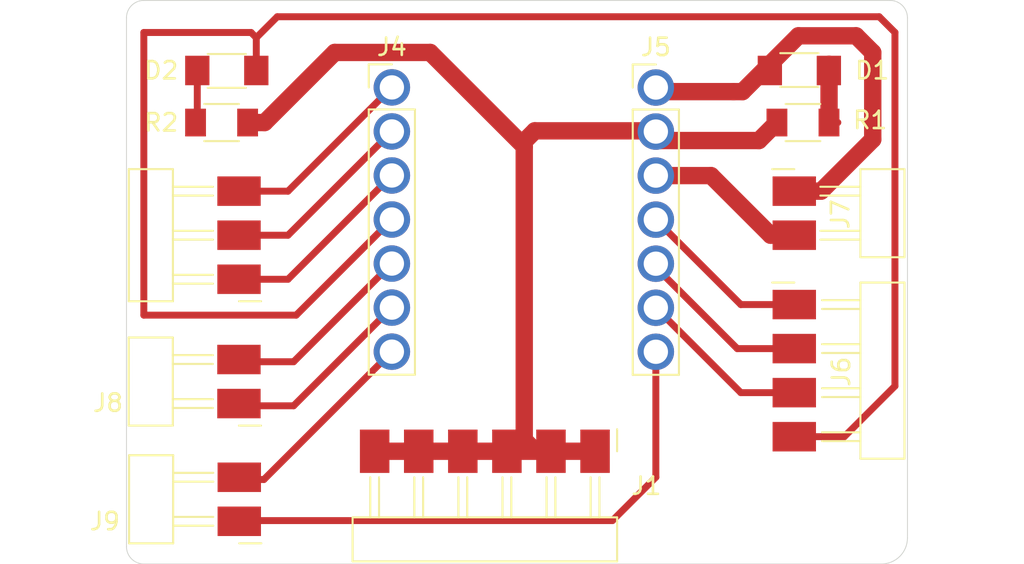
<source format=kicad_pcb>
(kicad_pcb (version 20240108) (generator "pcbnew") (generator_version "8.0")
  (layers (0 "F.Cu" signal) (31 "B.Cu" signal) (34 "B.Paste" user) (35 "F.Paste" user) (36 "B.SilkS" user "B.Silkscreen") (37 "F.SilkS" user "F.Silkscreen") (38 "B.Mask" user) (39 "F.Mask" user) (44 "Edge.Cuts" user))
  (net 0 "")
  (net 1 "PWR_5V")
  (net 2 "Net-(D1-K)")
  (net 3 "Net-(D2-K)")
  (net 4 "D3")
  (net 5 "PWR_GND")
  (net 6 "D9")
  (net 7 "D8")
  (net 8 "D10")
  (net 9 "D2")
  (net 10 "D1")
  (net 11 "D0")
  (net 12 "D4")
  (net 13 "D5")
  (net 14 "D6")
  (net 15 "D7")
  (net 16 "PWR_3V3")
  (footprint "fab:LED_1206" (layer "F.Cu") (at 116.28 68.04)
    (property "Reference" "D2" (at -3.78 0 0) (layer "F.SilkS"))
    (property "Value" "LED_1206")
    (fp_line (start -1.1 -0.95) (end 1.1 -0.95) (stroke (width 0.12)) (layer "F.SilkS"))
    (fp_line (start -1.1 1) (end 1.1 1) (stroke (width 0.12)) (layer "F.SilkS"))
    (pad "1" smd rect (at -1.7 0) (size 1.4 1.7) (layers "F.Cu" "F.Paste" "F.Mask") (net 3 "Net-(D2-K)"))
    (pad "2" smd rect (at 1.7 0) (size 1.4 1.7) (layers "F.Cu" "F.Paste" "F.Mask") (net 4 "D3"))
  )
  (footprint "fab:PinHeader_01x02_P2.54mm_Horizontal_SMD" (layer "F.Cu") (at 117 94.04 180)
    (property "Reference" "J9" (at 8.7 0 0) (layer "F.SilkS") (effects (justify left)))
    (property "Value" "TXRX")
    (fp_line (start 6.35 3.81) (end 3.81 3.81) (stroke (width 0.12)) (layer "F.SilkS"))
    (fp_line (start 6.35 -1.27) (end 6.35 3.81) (stroke (width 0.12)) (layer "F.SilkS"))
    (fp_line (start 3.81 3.81) (end 3.81 -1.27) (stroke (width 0.12)) (layer "F.SilkS"))
    (fp_line (start 3.81 2.794) (end 1.5 2.794) (stroke (width 0.12)) (layer "F.SilkS"))
    (fp_line (start 3.81 2.286) (end 1.5 2.286) (stroke (width 0.12)) (layer "F.SilkS"))
    (fp_line (start 3.81 0.254) (end 1.5 0.254) (stroke (width 0.12)) (layer "F.SilkS"))
    (fp_line (start 3.81 -0.254) (end 1.5 -0.254) (stroke (width 0.12)) (layer "F.SilkS"))
    (fp_line (start 3.81 -1.27) (end 6.35 -1.27) (stroke (width 0.12)) (layer "F.SilkS"))
    (fp_line (start -1.27 -1.27) (end 0 -1.27) (stroke (width 0.12)) (layer "F.SilkS"))
    (pad "1" smd rect (at 0 0 180) (size 2.5 1.7) (layers "F.Cu" "F.Paste" "F.Mask") (net 15 "D7"))
    (pad "2" smd rect (at 0 2.54 180) (size 2.5 1.7) (layers "F.Cu" "F.Paste" "F.Mask") (net 14 "D6"))
  )
  (footprint "fab:PinHeader_01x07_P2.54mm_Vertical_THT_D1.4mm" (layer "F.Cu") (at 125.792284 69.015609)
    (property "Reference" "J4" (at 0 -2.33 0) (layer "F.SilkS"))
    (property "Value" "PinHeader_left")
    (fp_line (start -1.33 -1.33) (end 0 -1.33) (stroke (width 0.12)) (layer "F.SilkS"))
    (fp_line (start -1.33 0) (end -1.33 -1.33) (stroke (width 0.12)) (layer "F.SilkS"))
    (fp_line (start -1.33 1.27) (end -1.33 16.57) (stroke (width 0.12)) (layer "F.SilkS"))
    (fp_line (start -1.33 1.27) (end 1.33 1.27) (stroke (width 0.12)) (layer "F.SilkS"))
    (fp_line (start -1.33 16.57) (end 1.33 16.57) (stroke (width 0.12)) (layer "F.SilkS"))
    (fp_line (start 1.33 1.27) (end 1.33 16.57) (stroke (width 0.12)) (layer "F.SilkS"))
    (pad "1" thru_hole circle (at 0 0) (size 2.1 2.1) (drill 1.4) (layers "*.Cu" "*.Mask" "In1.Cu" "In2.Cu" "In3.Cu" "In4.Cu" "In5.Cu" "In6.Cu" "In7.Cu" "In8.Cu" "In9.Cu" "In10.Cu" "In11.Cu" "In12.Cu" "In13.Cu" "In14.Cu" "In15.Cu" "In16.Cu" "In17.Cu" "In18.Cu" "In19.Cu" "In20.Cu" "In21.Cu" "In22.Cu" "In23.Cu" "In24.Cu" "In25.Cu" "In26.Cu" "In27.Cu" "In28.Cu" "In29.Cu" "In30.Cu") (net 11 "D0"))
    (pad "2" thru_hole circle (at 0 2.54) (size 2.1 2.1) (drill 1.4) (layers "*.Cu" "*.Mask" "In1.Cu" "In2.Cu" "In3.Cu" "In4.Cu" "In5.Cu" "In6.Cu" "In7.Cu" "In8.Cu" "In9.Cu" "In10.Cu" "In11.Cu" "In12.Cu" "In13.Cu" "In14.Cu" "In15.Cu" "In16.Cu" "In17.Cu" "In18.Cu" "In19.Cu" "In20.Cu" "In21.Cu" "In22.Cu" "In23.Cu" "In24.Cu" "In25.Cu" "In26.Cu" "In27.Cu" "In28.Cu" "In29.Cu" "In30.Cu") (net 10 "D1"))
    (pad "3" thru_hole circle (at 0 5.08) (size 2.1 2.1) (drill 1.4) (layers "*.Cu" "*.Mask" "In1.Cu" "In2.Cu" "In3.Cu" "In4.Cu" "In5.Cu" "In6.Cu" "In7.Cu" "In8.Cu" "In9.Cu" "In10.Cu" "In11.Cu" "In12.Cu" "In13.Cu" "In14.Cu" "In15.Cu" "In16.Cu" "In17.Cu" "In18.Cu" "In19.Cu" "In20.Cu" "In21.Cu" "In22.Cu" "In23.Cu" "In24.Cu" "In25.Cu" "In26.Cu" "In27.Cu" "In28.Cu" "In29.Cu" "In30.Cu") (net 9 "D2"))
    (pad "4" thru_hole circle (at 0 7.62) (size 2.1 2.1) (drill 1.4) (layers "*.Cu" "*.Mask" "In1.Cu" "In2.Cu" "In3.Cu" "In4.Cu" "In5.Cu" "In6.Cu" "In7.Cu" "In8.Cu" "In9.Cu" "In10.Cu" "In11.Cu" "In12.Cu" "In13.Cu" "In14.Cu" "In15.Cu" "In16.Cu" "In17.Cu" "In18.Cu" "In19.Cu" "In20.Cu" "In21.Cu" "In22.Cu" "In23.Cu" "In24.Cu" "In25.Cu" "In26.Cu" "In27.Cu" "In28.Cu" "In29.Cu" "In30.Cu") (net 4 "D3"))
    (pad "5" thru_hole circle (at 0 10.16) (size 2.1 2.1) (drill 1.4) (layers "*.Cu" "*.Mask" "In1.Cu" "In2.Cu" "In3.Cu" "In4.Cu" "In5.Cu" "In6.Cu" "In7.Cu" "In8.Cu" "In9.Cu" "In10.Cu" "In11.Cu" "In12.Cu" "In13.Cu" "In14.Cu" "In15.Cu" "In16.Cu" "In17.Cu" "In18.Cu" "In19.Cu" "In20.Cu" "In21.Cu" "In22.Cu" "In23.Cu" "In24.Cu" "In25.Cu" "In26.Cu" "In27.Cu" "In28.Cu" "In29.Cu" "In30.Cu") (net 12 "D4"))
    (pad "6" thru_hole circle (at 0 12.7) (size 2.1 2.1) (drill 1.4) (layers "*.Cu" "*.Mask" "In1.Cu" "In2.Cu" "In3.Cu" "In4.Cu" "In5.Cu" "In6.Cu" "In7.Cu" "In8.Cu" "In9.Cu" "In10.Cu" "In11.Cu" "In12.Cu" "In13.Cu" "In14.Cu" "In15.Cu" "In16.Cu" "In17.Cu" "In18.Cu" "In19.Cu" "In20.Cu" "In21.Cu" "In22.Cu" "In23.Cu" "In24.Cu" "In25.Cu" "In26.Cu" "In27.Cu" "In28.Cu" "In29.Cu" "In30.Cu") (net 13 "D5"))
    (pad "7" thru_hole circle (at 0 15.24) (size 2.1 2.1) (drill 1.4) (layers "*.Cu" "*.Mask" "In1.Cu" "In2.Cu" "In3.Cu" "In4.Cu" "In5.Cu" "In6.Cu" "In7.Cu" "In8.Cu" "In9.Cu" "In10.Cu" "In11.Cu" "In12.Cu" "In13.Cu" "In14.Cu" "In15.Cu" "In16.Cu" "In17.Cu" "In18.Cu" "In19.Cu" "In20.Cu" "In21.Cu" "In22.Cu" "In23.Cu" "In24.Cu" "In25.Cu" "In26.Cu" "In27.Cu" "In28.Cu" "In29.Cu" "In30.Cu") (net 14 "D6"))
  )
  (footprint "fab:PinHeader_01x03_P2.54mm_Horizontal_SMD" (layer "F.Cu") (at 116.985071 80.08 180)
    (property "Reference" "J3" (hide yes))
    (property "Value" "Analog_PinHeader" (hide yes))
    (fp_line (start 6.35 6.35) (end 3.81 6.35) (stroke (width 0.12)) (layer "F.SilkS"))
    (fp_line (start 6.35 -1.27) (end 6.35 6.35) (stroke (width 0.12)) (layer "F.SilkS"))
    (fp_line (start 3.81 6.35) (end 3.81 -1.27) (stroke (width 0.12)) (layer "F.SilkS"))
    (fp_line (start 3.81 5.334) (end 1.5 5.334) (stroke (width 0.12)) (layer "F.SilkS"))
    (fp_line (start 3.81 4.826) (end 1.5 4.826) (stroke (width 0.12)) (layer "F.SilkS"))
    (fp_line (start 3.81 2.794) (end 1.5 2.794) (stroke (width 0.12)) (layer "F.SilkS"))
    (fp_line (start 3.81 2.286) (end 1.5 2.286) (stroke (width 0.12)) (layer "F.SilkS"))
    (fp_line (start 3.81 0.254) (end 1.5 0.254) (stroke (width 0.12)) (layer "F.SilkS"))
    (fp_line (start 3.81 -0.254) (end 1.5 -0.254) (stroke (width 0.12)) (layer "F.SilkS"))
    (fp_line (start 3.81 -1.27) (end 6.35 -1.27) (stroke (width 0.12)) (layer "F.SilkS"))
    (fp_line (start -1.27 -1.27) (end 0 -1.27) (stroke (width 0.12)) (layer "F.SilkS"))
    (pad "1" smd rect (at 0 0 180) (size 2.5 1.7) (layers "F.Cu" "F.Paste" "F.Mask") (net 9 "D2"))
    (pad "2" smd rect (at 0 2.54 180) (size 2.5 1.7) (layers "F.Cu" "F.Paste" "F.Mask") (net 10 "D1"))
    (pad "3" smd rect (at 0 5.08 180) (size 2.5 1.7) (layers "F.Cu" "F.Paste" "F.Mask") (net 11 "D0"))
  )
  (footprint "fab:PinHeader_01x06_P2.54mm_Horizontal_SMD" (layer "F.Cu") (at 137.5 90 -90)
    (property "Reference" "J1" (at 2 -2 180) (layer "F.SilkS") (effects (justify left)))
    (property "Value" "GND_PinHeader")
    (fp_line (start 3.81 13.97) (end 3.81 -1.27) (stroke (width 0.12)) (layer "F.SilkS"))
    (fp_line (start 6.35 13.97) (end 3.81 13.97) (stroke (width 0.12)) (layer "F.SilkS"))
    (fp_line (start 3.81 12.954) (end 1.5 12.954) (stroke (width 0.12)) (layer "F.SilkS"))
    (fp_line (start 3.81 12.446) (end 1.5 12.446) (stroke (width 0.12)) (layer "F.SilkS"))
    (fp_line (start 3.81 10.414) (end 1.5 10.414) (stroke (width 0.12)) (layer "F.SilkS"))
    (fp_line (start 3.81 9.906) (end 1.5 9.906) (stroke (width 0.12)) (layer "F.SilkS"))
    (fp_line (start 3.81 7.874) (end 1.5 7.874) (stroke (width 0.12)) (layer "F.SilkS"))
    (fp_line (start 3.81 7.366) (end 1.5 7.366) (stroke (width 0.12)) (layer "F.SilkS"))
    (fp_line (start 3.81 5.334) (end 1.5 5.334) (stroke (width 0.12)) (layer "F.SilkS"))
    (fp_line (start 3.81 4.826) (end 1.5 4.826) (stroke (width 0.12)) (layer "F.SilkS"))
    (fp_line (start 3.81 2.794) (end 1.5 2.794) (stroke (width 0.12)) (layer "F.SilkS"))
    (fp_line (start 3.81 2.286) (end 1.5 2.286) (stroke (width 0.12)) (layer "F.SilkS"))
    (fp_line (start 3.81 0.254) (end 1.5 0.254) (stroke (width 0.12)) (layer "F.SilkS"))
    (fp_line (start 3.81 -0.254) (end 1.5 -0.254) (stroke (width 0.12)) (layer "F.SilkS"))
    (fp_line (start -1.27 -1.27) (end 0 -1.27) (stroke (width 0.12)) (layer "F.SilkS"))
    (fp_line (start 3.81 -1.27) (end 6.35 -1.27) (stroke (width 0.12)) (layer "F.SilkS"))
    (fp_line (start 6.35 -1.27) (end 6.35 13.97) (stroke (width 0.12)) (layer "F.SilkS"))
    (pad "1" smd rect (at 0 0 270) (size 2.5 1.7) (layers "F.Cu" "F.Paste" "F.Mask") (net 5 "PWR_GND"))
    (pad "2" smd rect (at 0 2.54 270) (size 2.5 1.7) (layers "F.Cu" "F.Paste" "F.Mask") (net 5 "PWR_GND"))
    (pad "3" smd rect (at 0 5.08 270) (size 2.5 1.7) (layers "F.Cu" "F.Paste" "F.Mask") (net 5 "PWR_GND"))
    (pad "4" smd rect (at 0 7.62 270) (size 2.5 1.7) (layers "F.Cu" "F.Paste" "F.Mask") (net 5 "PWR_GND"))
    (pad "5" smd rect (at 0 10.16 270) (size 2.5 1.7) (layers "F.Cu" "F.Paste" "F.Mask") (net 5 "PWR_GND"))
    (pad "6" smd rect (at 0 12.7 270) (size 2.5 1.7) (layers "F.Cu" "F.Paste" "F.Mask") (net 5 "PWR_GND"))
  )
  (footprint "fab:LED_1206" (layer "F.Cu") (at 149.272614 68.04 180)
    (property "Reference" "D1" (at -4.197318 0 0) (layer "F.SilkS"))
    (property "Value" "LED_1206")
    (fp_line (start -1.1 1) (end 1.1 1) (stroke (width 0.12)) (layer "F.SilkS"))
    (fp_line (start -1.1 -0.95) (end 1.1 -0.95) (stroke (width 0.12)) (layer "F.SilkS"))
    (pad "1" smd rect (at -1.7 0 180) (size 1.4 1.7) (layers "F.Cu" "F.Paste" "F.Mask") (net 2 "Net-(D1-K)"))
    (pad "2" smd rect (at 1.7 0 180) (size 1.4 1.7) (layers "F.Cu" "F.Paste" "F.Mask") (net 1 "PWR_5V"))
  )
  (footprint "fab:PinHeader_01x02_P2.54mm_Horizontal_SMD" (layer "F.Cu") (at 116.98 87.25 180)
    (property "Reference" "J8" (at 8.5 0.04 0) (layer "F.SilkS") (effects (justify left)))
    (property "Value" "SDA_SCL_Pin" (hide yes))
    (fp_line (start 6.35 3.81) (end 3.81 3.81) (stroke (width 0.12)) (layer "F.SilkS"))
    (fp_line (start 6.35 -1.27) (end 6.35 3.81) (stroke (width 0.12)) (layer "F.SilkS"))
    (fp_line (start 3.81 3.81) (end 3.81 -1.27) (stroke (width 0.12)) (layer "F.SilkS"))
    (fp_line (start 3.81 2.794) (end 1.5 2.794) (stroke (width 0.12)) (layer "F.SilkS"))
    (fp_line (start 3.81 2.286) (end 1.5 2.286) (stroke (width 0.12)) (layer "F.SilkS"))
    (fp_line (start 3.81 0.254) (end 1.5 0.254) (stroke (width 0.12)) (layer "F.SilkS"))
    (fp_line (start 3.81 -0.254) (end 1.5 -0.254) (stroke (width 0.12)) (layer "F.SilkS"))
    (fp_line (start 3.81 -1.27) (end 6.35 -1.27) (stroke (width 0.12)) (layer "F.SilkS"))
    (fp_line (start -1.27 -1.27) (end 0 -1.27) (stroke (width 0.12)) (layer "F.SilkS"))
    (pad "1" smd rect (at 0 0 180) (size 2.5 1.7) (layers "F.Cu" "F.Paste" "F.Mask") (net 13 "D5"))
    (pad "2" smd rect (at 0 2.54 180) (size 2.5 1.7) (layers "F.Cu" "F.Paste" "F.Mask") (net 12 "D4"))
  )
  (footprint "fab:PinHeader_01x02_P2.54mm_Horizontal_SMD" (layer "F.Cu") (at 148.98 75)
    (property "Reference" "J7" (at 2.655 2.286 -90) (layer "F.SilkS") (effects (justify left)))
    (property "Value" "PWR")
    (fp_line (start -1.27 -1.27) (end 0 -1.27) (stroke (width 0.12)) (layer "F.SilkS"))
    (fp_line (start 3.81 -1.27) (end 6.35 -1.27) (stroke (width 0.12)) (layer "F.SilkS"))
    (fp_line (start 3.81 -0.254) (end 1.5 -0.254) (stroke (width 0.12)) (layer "F.SilkS"))
    (fp_line (start 3.81 0.254) (end 1.5 0.254) (stroke (width 0.12)) (layer "F.SilkS"))
    (fp_line (start 3.81 2.286) (end 1.5 2.286) (stroke (width 0.12)) (layer "F.SilkS"))
    (fp_line (start 3.81 2.794) (end 1.5 2.794) (stroke (width 0.12)) (layer "F.SilkS"))
    (fp_line (start 3.81 3.81) (end 3.81 -1.27) (stroke (width 0.12)) (layer "F.SilkS"))
    (fp_line (start 6.35 -1.27) (end 6.35 3.81) (stroke (width 0.12)) (layer "F.SilkS"))
    (fp_line (start 6.35 3.81) (end 3.81 3.81) (stroke (width 0.12)) (layer "F.SilkS"))
    (pad "1" smd rect (at 0 0) (size 2.5 1.7) (layers "F.Cu" "F.Paste" "F.Mask") (net 1 "PWR_5V"))
    (pad "2" smd rect (at 0 2.54) (size 2.5 1.7) (layers "F.Cu" "F.Paste" "F.Mask") (net 16 "PWR_3V3"))
  )
  (footprint "fab:PinHeader_01x04_P2.54mm_Horizontal_SMD" (layer "F.Cu") (at 148.98 81.54)
    (property "Reference" "J6" (at 2.705 4.826 -90) (layer "F.SilkS") (effects (justify left)))
    (property "Value" "Digital_Pin")
    (fp_line (start -1.27 -1.27) (end 0 -1.27) (stroke (width 0.12)) (layer "F.SilkS"))
    (fp_line (start 3.81 -1.27) (end 6.35 -1.27) (stroke (width 0.12)) (layer "F.SilkS"))
    (fp_line (start 3.81 -0.254) (end 1.6 -0.254) (stroke (width 0.12)) (layer "F.SilkS"))
    (fp_line (start 3.81 0.254) (end 1.6 0.254) (stroke (width 0.12)) (layer "F.SilkS"))
    (fp_line (start 3.81 2.286) (end 1.6 2.286) (stroke (width 0.12)) (layer "F.SilkS"))
    (fp_line (start 3.81 2.794) (end 1.6 2.794) (stroke (width 0.12)) (layer "F.SilkS"))
    (fp_line (start 3.81 4.826) (end 1.6 4.826) (stroke (width 0.12)) (layer "F.SilkS"))
    (fp_line (start 3.81 5.334) (end 1.6 5.334) (stroke (width 0.12)) (layer "F.SilkS"))
    (fp_line (start 3.81 7.366) (end 1.6 7.366) (stroke (width 0.12)) (layer "F.SilkS"))
    (fp_line (start 3.81 7.874) (end 1.6 7.874) (stroke (width 0.12)) (layer "F.SilkS"))
    (fp_line (start 3.81 8.89) (end 3.81 -1.27) (stroke (width 0.12)) (layer "F.SilkS"))
    (fp_line (start 6.35 -1.27) (end 6.35 8.89) (stroke (width 0.12)) (layer "F.SilkS"))
    (fp_line (start 6.35 8.89) (end 3.81 8.89) (stroke (width 0.12)) (layer "F.SilkS"))
    (pad "1" smd rect (at 0 0) (size 2.5 1.7) (layers "F.Cu" "F.Paste" "F.Mask") (net 8 "D10"))
    (pad "2" smd rect (at 0 2.54) (size 2.5 1.7) (layers "F.Cu" "F.Paste" "F.Mask") (net 6 "D9"))
    (pad "3" smd rect (at 0 5.08) (size 2.5 1.7) (layers "F.Cu" "F.Paste" "F.Mask") (net 7 "D8"))
    (pad "4" smd rect (at 0 7.62) (size 2.5 1.7) (layers "F.Cu" "F.Paste" "F.Mask") (net 4 "D3"))
  )
  (footprint "fab:PinHeader_01x07_P2.54mm_Vertical_THT_D1.4mm" (layer "F.Cu") (at 141.002802 69.02285)
    (property "Reference" "J5" (at 0 -2.33 0) (layer "F.SilkS"))
    (property "Value" "PinHeader_right")
    (fp_line (start -1.33 -1.33) (end 0 -1.33) (stroke (width 0.12)) (layer "F.SilkS"))
    (fp_line (start -1.33 0) (end -1.33 -1.33) (stroke (width 0.12)) (layer "F.SilkS"))
    (fp_line (start -1.33 1.27) (end -1.33 16.57) (stroke (width 0.12)) (layer "F.SilkS"))
    (fp_line (start -1.33 1.27) (end 1.33 1.27) (stroke (width 0.12)) (layer "F.SilkS"))
    (fp_line (start -1.33 16.57) (end 1.33 16.57) (stroke (width 0.12)) (layer "F.SilkS"))
    (fp_line (start 1.33 1.27) (end 1.33 16.57) (stroke (width 0.12)) (layer "F.SilkS"))
    (pad "1" thru_hole circle (at 0 0) (size 2.1 2.1) (drill 1.4) (layers "*.Cu" "*.Mask" "In1.Cu" "In2.Cu" "In3.Cu" "In4.Cu" "In5.Cu" "In6.Cu" "In7.Cu" "In8.Cu" "In9.Cu" "In10.Cu" "In11.Cu" "In12.Cu" "In13.Cu" "In14.Cu" "In15.Cu" "In16.Cu" "In17.Cu" "In18.Cu" "In19.Cu" "In20.Cu" "In21.Cu" "In22.Cu" "In23.Cu" "In24.Cu" "In25.Cu" "In26.Cu" "In27.Cu" "In28.Cu" "In29.Cu" "In30.Cu") (net 1 "PWR_5V"))
    (pad "2" thru_hole circle (at 0 2.54) (size 2.1 2.1) (drill 1.4) (layers "*.Cu" "*.Mask" "In1.Cu" "In2.Cu" "In3.Cu" "In4.Cu" "In5.Cu" "In6.Cu" "In7.Cu" "In8.Cu" "In9.Cu" "In10.Cu" "In11.Cu" "In12.Cu" "In13.Cu" "In14.Cu" "In15.Cu" "In16.Cu" "In17.Cu" "In18.Cu" "In19.Cu" "In20.Cu" "In21.Cu" "In22.Cu" "In23.Cu" "In24.Cu" "In25.Cu" "In26.Cu" "In27.Cu" "In28.Cu" "In29.Cu" "In30.Cu") (net 5 "PWR_GND"))
    (pad "3" thru_hole circle (at 0 5.08) (size 2.1 2.1) (drill 1.4) (layers "*.Cu" "*.Mask" "In1.Cu" "In2.Cu" "In3.Cu" "In4.Cu" "In5.Cu" "In6.Cu" "In7.Cu" "In8.Cu" "In9.Cu" "In10.Cu" "In11.Cu" "In12.Cu" "In13.Cu" "In14.Cu" "In15.Cu" "In16.Cu" "In17.Cu" "In18.Cu" "In19.Cu" "In20.Cu" "In21.Cu" "In22.Cu" "In23.Cu" "In24.Cu" "In25.Cu" "In26.Cu" "In27.Cu" "In28.Cu" "In29.Cu" "In30.Cu") (net 16 "PWR_3V3"))
    (pad "4" thru_hole circle (at 0 7.62) (size 2.1 2.1) (drill 1.4) (layers "*.Cu" "*.Mask" "In1.Cu" "In2.Cu" "In3.Cu" "In4.Cu" "In5.Cu" "In6.Cu" "In7.Cu" "In8.Cu" "In9.Cu" "In10.Cu" "In11.Cu" "In12.Cu" "In13.Cu" "In14.Cu" "In15.Cu" "In16.Cu" "In17.Cu" "In18.Cu" "In19.Cu" "In20.Cu" "In21.Cu" "In22.Cu" "In23.Cu" "In24.Cu" "In25.Cu" "In26.Cu" "In27.Cu" "In28.Cu" "In29.Cu" "In30.Cu") (net 8 "D10"))
    (pad "5" thru_hole circle (at 0 10.16) (size 2.1 2.1) (drill 1.4) (layers "*.Cu" "*.Mask" "In1.Cu" "In2.Cu" "In3.Cu" "In4.Cu" "In5.Cu" "In6.Cu" "In7.Cu" "In8.Cu" "In9.Cu" "In10.Cu" "In11.Cu" "In12.Cu" "In13.Cu" "In14.Cu" "In15.Cu" "In16.Cu" "In17.Cu" "In18.Cu" "In19.Cu" "In20.Cu" "In21.Cu" "In22.Cu" "In23.Cu" "In24.Cu" "In25.Cu" "In26.Cu" "In27.Cu" "In28.Cu" "In29.Cu" "In30.Cu") (net 6 "D9"))
    (pad "6" thru_hole circle (at 0 12.7) (size 2.1 2.1) (drill 1.4) (layers "*.Cu" "*.Mask" "In1.Cu" "In2.Cu" "In3.Cu" "In4.Cu" "In5.Cu" "In6.Cu" "In7.Cu" "In8.Cu" "In9.Cu" "In10.Cu" "In11.Cu" "In12.Cu" "In13.Cu" "In14.Cu" "In15.Cu" "In16.Cu" "In17.Cu" "In18.Cu" "In19.Cu" "In20.Cu" "In21.Cu" "In22.Cu" "In23.Cu" "In24.Cu" "In25.Cu" "In26.Cu" "In27.Cu" "In28.Cu" "In29.Cu" "In30.Cu") (net 7 "D8"))
    (pad "7" thru_hole circle (at 0 15.24) (size 2.1 2.1) (drill 1.4) (layers "*.Cu" "*.Mask" "In1.Cu" "In2.Cu" "In3.Cu" "In4.Cu" "In5.Cu" "In6.Cu" "In7.Cu" "In8.Cu" "In9.Cu" "In10.Cu" "In11.Cu" "In12.Cu" "In13.Cu" "In14.Cu" "In15.Cu" "In16.Cu" "In17.Cu" "In18.Cu" "In19.Cu" "In20.Cu" "In21.Cu" "In22.Cu" "In23.Cu" "In24.Cu" "In25.Cu" "In26.Cu" "In27.Cu" "In28.Cu" "In29.Cu" "In30.Cu") (net 15 "D7"))
  )
  (footprint "fab:R_1206" (layer "F.Cu") (at 115.98 71.042682)
    (property "Reference" "R2" (at -3.48 0 0) (layer "F.SilkS"))
    (property "Value" "470")
    (fp_line (start -1 -1.07) (end 1 -1.07) (stroke (width 0.12)) (layer "F.SilkS"))
    (fp_line (start 1 1.07) (end -1 1.07) (stroke (width 0.12)) (layer "F.SilkS"))
    (pad "1" smd rect (at -1.5 0) (size 1.2 1.6) (layers "F.Cu" "F.Paste" "F.Mask") (net 3 "Net-(D2-K)"))
    (pad "2" smd rect (at 1.5 0) (size 1.2 1.6) (layers "F.Cu" "F.Paste" "F.Mask") (net 5 "PWR_GND"))
  )
  (footprint "fab:R_1206" (layer "F.Cu") (at 149.48 71.042682 180)
    (property "Reference" "R1" (at -3.869266 0.139311 0) (layer "F.SilkS"))
    (property "Value" "470")
    (fp_line (start 1 1.07) (end -1 1.07) (stroke (width 0.12)) (layer "F.SilkS"))
    (fp_line (start -1 -1.07) (end 1 -1.07) (stroke (width 0.12)) (layer "F.SilkS"))
    (pad "1" smd rect (at -1.5 0 180) (size 1.2 1.6) (layers "F.Cu" "F.Paste" "F.Mask") (net 2 "Net-(D1-K)"))
    (pad "2" smd rect (at 1.5 0 180) (size 1.2 1.6) (layers "F.Cu" "F.Paste" "F.Mask") (net 5 "PWR_GND"))
  )
  (gr_arc (start 110.5 65) (mid 110.792893 64.292893) (end 111.5 64) (stroke (width 0.05)) (layer "Edge.Cuts"))
  (gr_line (start 154.5 64) (end 111.5 64) (stroke (width 0.05)) (layer "Edge.Cuts"))
  (gr_line (start 155.5 95) (end 155.5 65) (stroke (width 0.05)) (layer "Edge.Cuts"))
  (gr_line (start 110.5 65) (end 110.5 95.5) (stroke (width 0.05)) (layer "Edge.Cuts"))
  (gr_arc (start 154.5 64) (mid 155.207107 64.292893) (end 155.5 65) (stroke (width 0.05)) (layer "Edge.Cuts"))
  (gr_arc (start 155.5 95) (mid 155.06066 96.06066) (end 154 96.5) (stroke (width 0.05)) (layer "Edge.Cuts"))
  (gr_line (start 111.5 96.5) (end 154 96.5) (stroke (width 0.05)) (layer "Edge.Cuts"))
  (gr_arc (start 111.5 96.5) (mid 110.792893 96.207107) (end 110.5 95.5) (stroke (width 0.05)) (layer "Edge.Cuts"))
  (segment (start 153.5 67) (end 153.5 72.02) (width 1) (layer "F.Cu") (net 1))
  (segment (start 152.54 66.04) (end 153.5 67) (width 1) (layer "F.Cu") (net 1))
  (segment (start 149.216009 66.04) (end 152.54 66.04) (width 1) (layer "F.Cu") (net 1))
  (segment (start 145.99526 69.26) (end 145.47526 69.26) (width 1) (layer "F.Cu") (net 1))
  (segment (start 153.5 72.02) (end 150.52 75) (width 1) (layer "F.Cu") (net 1))
  (segment (start 147.572614 67.683395) (end 149.216009 66.04) (width 1) (layer "F.Cu") (net 1))
  (segment (start 145.47526 69.26) (end 141.239952 69.26) (width 1) (layer "F.Cu") (net 1))
  (segment (start 141.239952 69.26) (end 141.002802 69.02285) (width 1) (layer "F.Cu") (net 1))
  (segment (start 147.571865 67.683395) (end 145.99526 69.26) (width 1) (layer "F.Cu") (net 1))
  (segment (start 150.52 75) (end 148.48 75) (width 1) (layer "F.Cu") (net 1))
  (segment (start 151.486285 71.042682) (end 151.488967 71.04) (width 0.4) (layer "F.Cu") (net 2))
  (segment (start 150.982682 71.04) (end 150.982682 67.683395) (width 1) (layer "F.Cu") (net 2))
  (segment (start 114.58 67.648783) (end 114.58 71.048783) (width 0.4) (layer "F.Cu") (net 3))
  (segment (start 114.58 71.048783) (end 114.48 71.148783) (width 0.4) (layer "F.Cu") (net 3))
  (segment (start 117.68 65.848783) (end 111.5 65.848783) (width 0.4) (layer "F.Cu") (net 4))
  (segment (start 119.188783 64.94) (end 153.873165 64.94) (width 0.4) (layer "F.Cu") (net 4))
  (segment (start 117.98 67.648783) (end 117.98 66.148783) (width 0.4) (layer "F.Cu") (net 4))
  (segment (start 117.98 66.148783) (end 117.68 65.848783) (width 0.4) (layer "F.Cu") (net 4))
  (segment (start 154.78 65.846835) (end 154.78 86.24) (width 0.4) (layer "F.Cu") (net 4))
  (segment (start 151.86 89.16) (end 148.48 89.16) (width 0.4) (layer "F.Cu") (net 4))
  (segment (start 153.873165 64.94) (end 154.78 65.846835) (width 0.4) (layer "F.Cu") (net 4))
  (segment (start 154.78 86.24) (end 151.86 89.16) (width 0.4) (layer "F.Cu") (net 4))
  (segment (start 120.27911 82.148783) (end 125.792284 76.635609) (width 0.4) (layer "F.Cu") (net 4))
  (segment (start 117.98 66.148783) (end 119.188783 64.94) (width 0.4) (layer "F.Cu") (net 4))
  (segment (start 111.5 65.848783) (end 111.5 82.148783) (width 0.4) (layer "F.Cu") (net 4))
  (segment (start 111.5 82.148783) (end 120.27911 82.148783) (width 0.4) (layer "F.Cu") (net 4))
  (segment (start 134.028679 71.52) (end 133.38 72.168679) (width 1) (layer "F.Cu") (net 5))
  (segment (start 137.5 90) (end 124.8 90) (width 1) (layer "F.Cu") (net 5))
  (segment (start 140.98 72.08) (end 146.942682 72.08) (width 1) (layer "F.Cu") (net 5))
  (segment (start 122.5 67) (end 128 67) (width 1) (layer "F.Cu") (net 5))
  (segment (start 141 71.54) (end 140.98 71.52) (width 1) (layer "F.Cu") (net 5))
  (segment (start 128 67) (end 133.42 72.42) (width 1) (layer "F.Cu") (net 5))
  (segment (start 146.942682 72.08) (end 147.98 71.042682) (width 1) (layer "F.Cu") (net 5))
  (segment (start 133.42 89.35) (end 133.77 89.7) (width 1) (layer "F.Cu") (net 5))
  (segment (start 140.98 71.52) (end 134.028679 71.52) (width 1) (layer "F.Cu") (net 5))
  (segment (start 133.42 72.42) (end 133.42 89.35) (width 1) (layer "F.Cu") (net 5))
  (segment (start 118.457318 71.042682) (end 122.5 67) (width 1) (layer "F.Cu") (net 5))
  (segment (start 117.48 71.042682) (end 118.457318 71.042682) (width 1) (layer "F.Cu") (net 5))
  (segment (start 141.013448 79.146552) (end 141 79.16) (width 0.4) (layer "F.Cu") (net 6))
  (segment (start 141.002802 79.389397) (end 145.693405 84.08) (width 0.4) (layer "F.Cu") (net 6))
  (segment (start 141.002802 79.18285) (end 141.002802 79.389397) (width 0.4) (layer "F.Cu") (net 6))
  (segment (start 145.693405 84.08) (end 148.98 84.08) (width 0.4) (layer "F.Cu") (net 6))
  (segment (start 145.899952 86.62) (end 148.98 86.62) (width 0.4) (layer "F.Cu") (net 7))
  (segment (start 141.002802 81.72285) (end 145.899952 86.62) (width 0.4) (layer "F.Cu") (net 7))
  (segment (start 141.013448 76.606552) (end 141 76.62) (width 0.4) (layer "F.Cu") (net 8))
  (segment (start 141.002802 76.64285) (end 145.899952 81.54) (width 0.4) (layer "F.Cu") (net 8))
  (segment (start 147.98 81.54) (end 148.48 81.54) (width 0.4) (layer "F.Cu") (net 8))
  (segment (start 145.899952 81.54) (end 148.98 81.54) (width 0.4) (layer "F.Cu") (net 8))
  (segment (start 125.765 74.08) (end 125.776675 74.08) (width 0.4) (layer "F.Cu") (net 9))
  (segment (start 119.807893 80.08) (end 125.792284 74.095609) (width 0.4) (layer "F.Cu") (net 9))
  (segment (start 118.0945 80.034283) (end 117.030788 80.034283) (width 0.4) (layer "F.Cu") (net 9))
  (segment (start 116.985071 80.08) (end 119.807893 80.08) (width 0.4) (layer "F.Cu") (net 9))
  (segment (start 117.030788 80.034283) (end 116.985071 80.08) (width 0.4) (layer "F.Cu") (net 9))
  (segment (start 125.776675 74.08) (end 125.792284 74.095609) (width 0.4) (layer "F.Cu") (net 9))
  (segment (start 119.807893 77.54) (end 125.792284 71.555609) (width 0.4) (layer "F.Cu") (net 10))
  (segment (start 117.245074 77.494283) (end 117.8845 77.494283) (width 0.4) (layer "F.Cu") (net 10))
  (segment (start 116.985071 77.54) (end 119.807893 77.54) (width 0.4) (layer "F.Cu") (net 10))
  (segment (start 119.807893 75) (end 125.792284 69.015609) (width 0.4) (layer "F.Cu") (net 11))
  (segment (start 117.030788 74.954283) (end 116.985071 75) (width 0.4) (layer "F.Cu") (net 11))
  (segment (start 116.985071 75) (end 119.807893 75) (width 0.4) (layer "F.Cu") (net 11))
  (segment (start 125.515 69.25) (end 125.765 69) (width 0.4) (layer "F.Cu") (net 11))
  (segment (start 117.245074 74.954283) (end 117.030788 74.954283) (width 0.4) (layer "F.Cu") (net 11))
  (segment (start 117.204648 84.878783) (end 117.02 84.878783) (width 0.4) (layer "F.Cu") (net 12))
  (segment (start 120.12911 84.838783) (end 125.792284 79.175609) (width 0.4) (layer "F.Cu") (net 12))
  (segment (start 116.98 84.838783) (end 120.12911 84.838783) (width 0.4) (layer "F.Cu") (net 12))
  (segment (start 117.02 84.878783) (end 116.98 84.838783) (width 0.4) (layer "F.Cu") (net 12))
  (segment (start 120.12911 87.378783) (end 125.792284 81.715609) (width 0.4) (layer "F.Cu") (net 13))
  (segment (start 116.98 87.378783) (end 120.12911 87.378783) (width 0.4) (layer "F.Cu") (net 13))
  (segment (start 117.664648 87.378783) (end 117.98 87.378783) (width 0.4) (layer "F.Cu") (net 13))
  (segment (start 117 91.628783) (end 118.41911 91.628783) (width 0.4) (layer "F.Cu") (net 14))
  (segment (start 118.41911 91.628783) (end 125.792284 84.255609) (width 0.4) (layer "F.Cu") (net 14))
  (segment (start 138.5 94) (end 117.46 94) (width 0.4) (layer "F.Cu") (net 15))
  (segment (start 141.002802 91.497198) (end 138.5 94) (width 0.4) (layer "F.Cu") (net 15))
  (segment (start 141.002802 84.26285) (end 141.002802 91.497198) (width 0.4) (layer "F.Cu") (net 15))
  (segment (start 144.18285 74.10285) (end 147.62 77.54) (width 1) (layer "F.Cu") (net 16))
  (segment (start 141.002802 74.10285) (end 144.18285 74.10285) (width 1) (layer "F.Cu") (net 16))
  (segment (start 147.62 77.54) (end 148.98 77.54) (width 1) (layer "F.Cu") (net 16))
)
</source>
